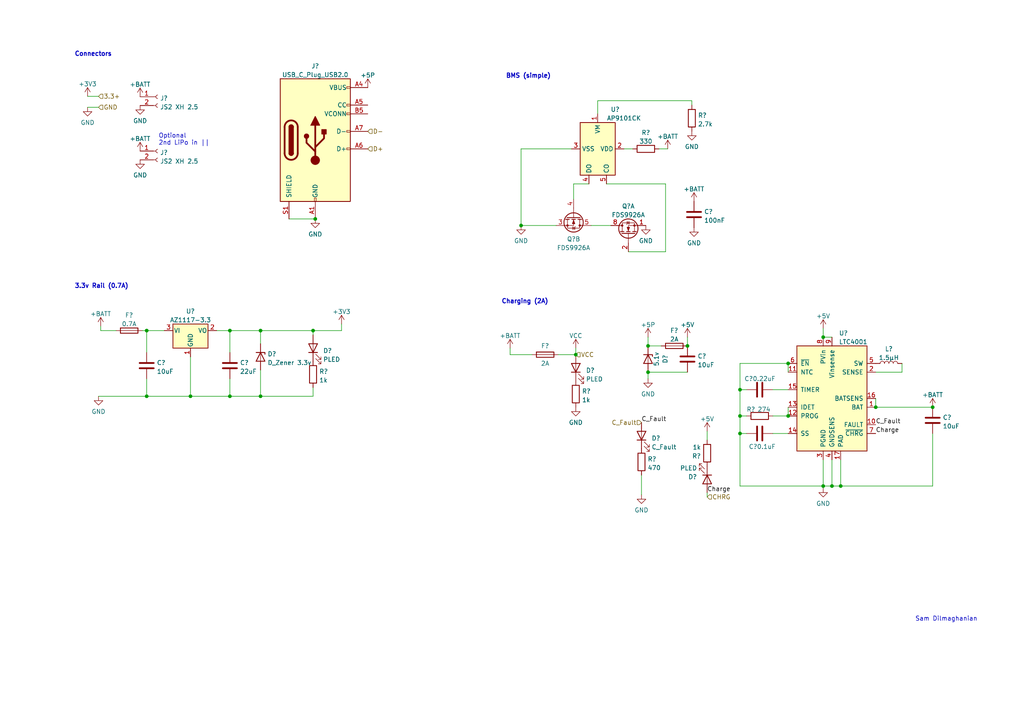
<source format=kicad_sch>
(kicad_sch (version 20211123) (generator eeschema)
  (paper "A4")
  (lib_symbols
    (symbol "Battery_Management:AP9101CK"
      (property "Reference" "U" (at -7.62 6.35 0))
      (property "Value" "AP9101CK" (at 6.35 6.35 0))
      (symbol "AP9101CK_0_1"
        (rectangle (start -7.62 5.08) (end 7.62 -5.08) (stroke (width 0.254)) (fill (type background)))
      )
      (symbol "AP9101CK_1_1"
        (pin passive line (at -10.16 0 0) (length 2.54) (name "VM") (number "1"))
        (pin power_in line (at 0 7.62 270) (length 2.54) (name "VDD") (number "2"))
        (pin power_in line (at 0 -7.62 90) (length 2.54) (name "VSS") (number "3"))
        (pin output line (at 10.16 -2.54 180) (length 2.54) (name "DO") (number "4"))
        (pin output line (at 10.16 2.54 180) (length 2.54) (name "CO") (number "5"))
      )
    )
    (symbol "Battery_Management:LTC4001" (pin_names (offset 1.016))
      (property "Reference" "U" (at -8.89 16.51 0))
      (property "Value" "LTC4001" (at 6.35 16.51 0))
      (symbol "LTC4001_0_1"
        (rectangle (start -10.16 15.24) (end 10.16 -15.24) (stroke (width 0.254)) (fill (type background)))
      )
      (symbol "LTC4001_1_1"
        (pin output line (at 12.7 -2.54 180) (length 2.54) (name "BAT") (number "1"))
        (pin output line (at 12.7 -7.62 180) (length 2.54) (name "FAULT") (number "10"))
        (pin input line (at -12.7 7.62 0) (length 2.54) (name "NTC") (number "11"))
        (pin input line (at -12.7 -5.08 0) (length 2.54) (name "PROG") (number "12"))
        (pin input line (at -12.7 -2.54 0) (length 2.54) (name "IDET") (number "13"))
        (pin input line (at -12.7 -10.16 0) (length 2.54) (name "SS") (number "14"))
        (pin input line (at -12.7 2.54 0) (length 2.54) (name "TIMER") (number "15"))
        (pin input line (at 12.7 0 180) (length 2.54) (name "BATSENS") (number "16"))
        (pin power_in line (at 2.54 -17.78 90) (length 2.54) (name "PAD") (number "17"))
        (pin input line (at 12.7 7.62 180) (length 2.54) (name "SENSE") (number "2"))
        (pin power_in line (at -2.54 -17.78 90) (length 2.54) (name "PGND") (number "3"))
        (pin power_in line (at 0 -17.78 90) (length 2.54) (name "GNDSENS") (number "4"))
        (pin output line (at 12.7 10.16 180) (length 2.54) (name "SW") (number "5"))
        (pin input line (at -12.7 10.16 0) (length 2.54) (name "~{EN}") (number "6"))
        (pin open_collector line (at 12.7 -10.16 180) (length 2.54) (name "~{CHRG}") (number "7"))
        (pin power_in line (at -2.54 17.78 270) (length 2.54) (name "PVin") (number "8"))
        (pin power_in line (at 0 17.78 270) (length 2.54) (name "Vinsense") (number "9"))
      )
    )
    (symbol "Connector:Conn_01x02_Female" (pin_names (offset 1.016) hide)
      (property "Reference" "J" (at 0 2.54 0))
      (property "Value" "Conn_01x02_Female" (at 0 -5.08 0))
      (symbol "Conn_01x02_Female_1_1"
        (arc (start 0 -2.032) (mid -0.508 -2.54) (end 0 -3.048) (stroke (width 0.1524)))
        (polyline (pts (xy -1.27 -2.54) (xy -0.508 -2.54)) (stroke (width 0.1524)))
        (polyline (pts (xy -1.27 0) (xy -0.508 0)) (stroke (width 0.1524)))
        (arc (start 0 0.508) (mid -0.508 0) (end 0 -0.508) (stroke (width 0.1524)))
        (pin passive line (at -5.08 0 0) (length 3.81) (name "Pin_1") (number "1"))
        (pin passive line (at -5.08 -2.54 0) (length 3.81) (name "Pin_2") (number "2"))
      )
    )
    (symbol "Connector:USB_C_Plug_USB2.0" (pin_names (offset 1.016))
      (property "Reference" "P" (at -10.16 19.05 0))
      (property "Value" "USB_C_Plug_USB2.0" (at 12.7 19.05 0))
      (symbol "USB_C_Plug_USB2.0_0_0"
        (rectangle (start -0.254 -17.78) (end 0.254 -16.764))
        (rectangle (start 10.16 -2.286) (end 9.144 -2.794))
        (rectangle (start 10.16 2.794) (end 9.144 2.286))
        (rectangle (start 10.16 7.874) (end 9.144 7.366))
        (rectangle (start 10.16 10.414) (end 9.144 9.906))
        (rectangle (start 10.16 15.494) (end 9.144 14.986))
      )
      (symbol "USB_C_Plug_USB2.0_0_1"
        (rectangle (start -10.16 17.78) (end 10.16 -17.78) (stroke (width 0.254)) (fill (type background)))
        (arc (start -8.89 -3.81) (mid -6.985 -5.715) (end -5.08 -3.81) (stroke (width 0.508)))
        (arc (start -7.62 -3.81) (mid -6.985 -4.445) (end -6.35 -3.81) (stroke (width 0.254)))
        (arc (start -7.62 -3.81) (mid -6.985 -4.445) (end -6.35 -3.81) (stroke (width 0.254)) (fill (type outline)))
        (rectangle (start -7.62 -3.81) (end -6.35 3.81) (stroke (width 0.254)) (fill (type outline)))
        (arc (start -6.35 3.81) (mid -6.985 4.445) (end -7.62 3.81) (stroke (width 0.254)))
        (arc (start -6.35 3.81) (mid -6.985 4.445) (end -7.62 3.81) (stroke (width 0.254)) (fill (type outline)))
        (arc (start -5.08 3.81) (mid -6.985 5.715) (end -8.89 3.81) (stroke (width 0.508)))
        (circle (center -2.54 1.143) (radius 0.635) (stroke (width 0.254)) (fill (type outline)))
        (circle (center 0 -5.842) (radius 1.27) (fill (type outline)))
        (polyline (pts (xy -8.89 -3.81) (xy -8.89 3.81)) (stroke (width 0.508)))
        (polyline (pts (xy -5.08 3.81) (xy -5.08 -3.81)) (stroke (width 0.508)))
        (polyline (pts (xy 0 -5.842) (xy 0 4.318)) (stroke (width 0.508)))
        (polyline (pts (xy 0 -3.302) (xy -2.54 -0.762) (xy -2.54 0.508)) (stroke (width 0.508)))
        (polyline (pts (xy 0 -2.032) (xy 2.54 0.508) (xy 2.54 1.778)) (stroke (width 0.508)))
        (polyline (pts (xy -1.27 4.318) (xy 0 6.858) (xy 1.27 4.318) (xy -1.27 4.318)) (stroke (width 0.254)) (fill (type outline)))
        (rectangle (start 1.905 1.778) (end 3.175 3.048) (stroke (width 0.254)) (fill (type outline)))
      )
      (symbol "USB_C_Plug_USB2.0_1_1"
        (pin passive line (at 0 -22.86 90) (length 5.08) (name "GND") (number "A1"))
        (pin passive line (at 0 -22.86 90) (length 5.08) hide (name "GND") (number "A12"))
        (pin passive line (at 15.24 15.24 180) (length 5.08) (name "VBUS") (number "A4"))
        (pin bidirectional line (at 15.24 10.16 180) (length 5.08) (name "CC") (number "A5"))
        (pin bidirectional line (at 15.24 -2.54 180) (length 5.08) (name "D+") (number "A6"))
        (pin bidirectional line (at 15.24 2.54 180) (length 5.08) (name "D-") (number "A7"))
        (pin passive line (at 15.24 15.24 180) (length 5.08) hide (name "VBUS") (number "A9"))
        (pin passive line (at 0 -22.86 90) (length 5.08) hide (name "GND") (number "B1"))
        (pin passive line (at 0 -22.86 90) (length 5.08) hide (name "GND") (number "B12"))
        (pin passive line (at 15.24 15.24 180) (length 5.08) hide (name "VBUS") (number "B4"))
        (pin bidirectional line (at 15.24 7.62 180) (length 5.08) (name "VCONN") (number "B5"))
        (pin passive line (at 15.24 15.24 180) (length 5.08) hide (name "VBUS") (number "B9"))
        (pin passive line (at -7.62 -22.86 90) (length 5.08) (name "SHIELD") (number "S1"))
      )
    )
    (symbol "Device:C" (pin_numbers hide) (pin_names (offset 0.254))
      (property "Reference" "C" (at 0.635 2.54 0))
      (property "Value" "C" (at 0.635 -2.54 0))
      (symbol "C_0_1"
        (polyline (pts (xy -2.032 -0.762) (xy 2.032 -0.762)) (stroke (width 0.508)))
        (polyline (pts (xy -2.032 0.762) (xy 2.032 0.762)) (stroke (width 0.508)))
      )
      (symbol "C_1_1"
        (pin passive line (at 0 3.81 270) (length 2.794) (name "~") (number "1"))
        (pin passive line (at 0 -3.81 90) (length 2.794) (name "~") (number "2"))
      )
    )
    (symbol "Device:D_Zener" (pin_numbers hide) (pin_names (offset 1.016) hide)
      (property "Reference" "D" (at 0 2.54 0))
      (property "Value" "D_Zener" (at 0 -2.54 0))
      (symbol "D_Zener_0_1"
        (polyline (pts (xy 1.27 0) (xy -1.27 0)))
        (polyline (pts (xy -1.27 -1.27) (xy -1.27 1.27) (xy -0.762 1.27)) (stroke (width 0.254)))
        (polyline (pts (xy 1.27 -1.27) (xy 1.27 1.27) (xy -1.27 0) (xy 1.27 -1.27)) (stroke (width 0.254)))
      )
      (symbol "D_Zener_1_1"
        (pin passive line (at -3.81 0 0) (length 2.54) (name "K") (number "1"))
        (pin passive line (at 3.81 0 180) (length 2.54) (name "A") (number "2"))
      )
    )
    (symbol "Device:Fuse" (pin_numbers hide) (pin_names (offset 0))
      (property "Reference" "F" (at 2.032 0 90))
      (property "Value" "Fuse" (at -1.905 0 90))
      (symbol "Fuse_0_1"
        (rectangle (start -0.762 -2.54) (end 0.762 2.54) (stroke (width 0.254)))
        (polyline (pts (xy 0 2.54) (xy 0 -2.54)))
      )
      (symbol "Fuse_1_1"
        (pin passive line (at 0 3.81 270) (length 1.27) (name "~") (number "1"))
        (pin passive line (at 0 -3.81 90) (length 1.27) (name "~") (number "2"))
      )
    )
    (symbol "Device:L" (pin_numbers hide) (pin_names (offset 1.016) hide)
      (property "Reference" "L" (at -1.27 0 90))
      (property "Value" "L" (at 1.905 0 90))
      (symbol "L_0_1"
        (arc (start 0 -2.54) (mid 0.635 -1.905) (end 0 -1.27))
        (arc (start 0 -1.27) (mid 0.635 -0.635) (end 0 0))
        (arc (start 0 0) (mid 0.635 0.635) (end 0 1.27))
        (arc (start 0 1.27) (mid 0.635 1.905) (end 0 2.54))
      )
      (symbol "L_1_1"
        (pin passive line (at 0 3.81 270) (length 1.27) (name "1") (number "1"))
        (pin passive line (at 0 -3.81 90) (length 1.27) (name "2") (number "2"))
      )
    )
    (symbol "Device:LED" (pin_numbers hide) (pin_names (offset 1.016) hide)
      (property "Reference" "D" (at 0 2.54 0))
      (property "Value" "LED" (at 0 -2.54 0))
      (symbol "LED_0_1"
        (polyline (pts (xy -1.27 -1.27) (xy -1.27 1.27)) (stroke (width 0.254)))
        (polyline (pts (xy -1.27 0) (xy 1.27 0)))
        (polyline (pts (xy 1.27 -1.27) (xy 1.27 1.27) (xy -1.27 0) (xy 1.27 -1.27)) (stroke (width 0.254)))
        (polyline (pts (xy -3.048 -0.762) (xy -4.572 -2.286) (xy -3.81 -2.286) (xy -4.572 -2.286) (xy -4.572 -1.524)))
        (polyline (pts (xy -1.778 -0.762) (xy -3.302 -2.286) (xy -2.54 -2.286) (xy -3.302 -2.286) (xy -3.302 -1.524)))
      )
      (symbol "LED_1_1"
        (pin passive line (at -3.81 0 0) (length 2.54) (name "K") (number "1"))
        (pin passive line (at 3.81 0 180) (length 2.54) (name "A") (number "2"))
      )
    )
    (symbol "Device:R" (pin_numbers hide) (pin_names (offset 0))
      (property "Reference" "R" (at 2.032 0 90))
      (property "Value" "R" (at 0 0 90))
      (symbol "R_0_1"
        (rectangle (start -1.016 -2.54) (end 1.016 2.54) (stroke (width 0.254)))
      )
      (symbol "R_1_1"
        (pin passive line (at 0 3.81 270) (length 1.27) (name "~") (number "1"))
        (pin passive line (at 0 -3.81 90) (length 1.27) (name "~") (number "2"))
      )
    )
    (symbol "Regulator_Linear:AZ1117-3.3" (pin_names (offset 0.254))
      (property "Reference" "U" (at -3.81 3.175 0))
      (property "Value" "AZ1117-3.3" (at 0 3.175 0))
      (symbol "AZ1117-3.3_0_1"
        (rectangle (start -5.08 1.905) (end 5.08 -5.08) (stroke (width 0.254)) (fill (type background)))
      )
      (symbol "AZ1117-3.3_1_1"
        (pin power_in line (at 0 -7.62 90) (length 2.54) (name "GND") (number "1"))
        (pin power_out line (at 7.62 0 180) (length 2.54) (name "VO") (number "2"))
        (pin power_in line (at -7.62 0 0) (length 2.54) (name "VI") (number "3"))
      )
    )
    (symbol "Transistor_FET:FDS9926A" (pin_names hide)
      (property "Reference" "Q" (at 5.08 1.905 0))
      (property "Value" "FDS9926A" (at 5.08 0 0))
      (symbol "FDS9926A_0_1"
        (polyline (pts (xy 0.254 0) (xy -2.54 0)))
        (polyline (pts (xy 0.254 1.905) (xy 0.254 -1.905)) (stroke (width 0.254)))
        (polyline (pts (xy 0.762 -1.27) (xy 0.762 -2.286)) (stroke (width 0.254)))
        (polyline (pts (xy 0.762 0.508) (xy 0.762 -0.508)) (stroke (width 0.254)))
        (polyline (pts (xy 0.762 2.286) (xy 0.762 1.27)) (stroke (width 0.254)))
        (polyline (pts (xy 2.54 2.54) (xy 2.54 1.778)))
        (polyline (pts (xy 2.54 -2.54) (xy 2.54 0) (xy 0.762 0)))
        (polyline (pts (xy 0.762 -1.778) (xy 3.302 -1.778) (xy 3.302 1.778) (xy 0.762 1.778)))
        (polyline (pts (xy 1.016 0) (xy 2.032 0.381) (xy 2.032 -0.381) (xy 1.016 0)) (fill (type outline)))
        (polyline (pts (xy 2.794 0.508) (xy 2.921 0.381) (xy 3.683 0.381) (xy 3.81 0.254)))
        (polyline (pts (xy 3.302 0.381) (xy 2.921 -0.254) (xy 3.683 -0.254) (xy 3.302 0.381)))
        (circle (center 1.651 0) (radius 2.794) (stroke (width 0.254)))
        (circle (center 2.54 -1.778) (radius 0.254) (fill (type outline)))
        (circle (center 2.54 1.778) (radius 0.254) (fill (type outline)))
      )
      (symbol "FDS9926A_1_1"
        (pin passive line (at 2.54 -5.08 90) (length 2.54) (name "S1") (number "1"))
        (pin passive line (at -5.08 0 0) (length 2.54) (name "G1") (number "2"))
        (pin passive line (at 2.54 5.08 270) (length 2.54) hide (name "D1") (number "7"))
        (pin passive line (at 2.54 5.08 270) (length 2.54) (name "D1") (number "8"))
      )
      (symbol "FDS9926A_2_1"
        (pin passive line (at 2.54 -5.08 90) (length 2.54) (name "S2") (number "3"))
        (pin passive line (at -5.08 0 0) (length 2.54) (name "G2") (number "4"))
        (pin passive line (at 2.54 5.08 270) (length 2.54) (name "D2") (number "5"))
        (pin passive line (at 2.54 5.08 270) (length 2.54) hide (name "D2") (number "6"))
      )
    )
    (symbol "power:+3.3V" (power) (pin_names (offset 0))
      (property "Value" "+3.3V" (at 0 3.556 0))
      (symbol "+3.3V_0_1"
        (polyline (pts (xy -0.762 1.27) (xy 0 2.54)))
        (polyline (pts (xy 0 0) (xy 0 2.54)))
        (polyline (pts (xy 0 2.54) (xy 0.762 1.27)))
      )
      (symbol "+3.3V_1_1"
        (pin power_in line (at 0 0 90) (length 0) hide (name "+3V3") (number "1"))
      )
    )
    (symbol "power:+5P" (power) (pin_names (offset 0))
      (property "Value" "+5P" (at 0 3.556 0))
      (symbol "+5P_0_1"
        (polyline (pts (xy -0.762 1.27) (xy 0 2.54)))
        (polyline (pts (xy 0 0) (xy 0 2.54)))
        (polyline (pts (xy 0 2.54) (xy 0.762 1.27)))
      )
      (symbol "+5P_1_1"
        (pin power_in line (at 0 0 90) (length 0) hide (name "+5P") (number "1"))
      )
    )
    (symbol "power:+5V" (power) (pin_names (offset 0))
      (property "Value" "+5V" (at 0 3.556 0))
      (symbol "+5V_0_1"
        (polyline (pts (xy -0.762 1.27) (xy 0 2.54)))
        (polyline (pts (xy 0 0) (xy 0 2.54)))
        (polyline (pts (xy 0 2.54) (xy 0.762 1.27)))
      )
      (symbol "+5V_1_1"
        (pin power_in line (at 0 0 90) (length 0) hide (name "+5V") (number "1"))
      )
    )
    (symbol "power:+BATT" (power) (pin_names (offset 0))
      (property "Value" "+BATT" (at 0 3.556 0))
      (symbol "+BATT_0_1"
        (polyline (pts (xy -0.762 1.27) (xy 0 2.54)))
        (polyline (pts (xy 0 0) (xy 0 2.54)))
        (polyline (pts (xy 0 2.54) (xy 0.762 1.27)))
      )
      (symbol "+BATT_1_1"
        (pin power_in line (at 0 0 90) (length 0) hide (name "+BATT") (number "1"))
      )
    )
    (symbol "power:GND" (power) (pin_names (offset 0))
      (property "Value" "GND" (at 0 -3.81 0))
      (symbol "GND_0_1"
        (polyline (pts (xy 0 0) (xy 0 -1.27) (xy 1.27 -1.27) (xy 0 -2.54) (xy -1.27 -1.27) (xy 0 -1.27)))
      )
      (symbol "GND_1_1"
        (pin power_in line (at 0 0 270) (length 0) hide (name "GND") (number "1"))
      )
    )
    (symbol "power:VCC" (power) (pin_names (offset 0))
      (property "Value" "VCC" (at 0 3.81 0))
      (symbol "VCC_0_1"
        (polyline (pts (xy -0.762 1.27) (xy 0 2.54)))
        (polyline (pts (xy 0 0) (xy 0 2.54)))
        (polyline (pts (xy 0 2.54) (xy 0.762 1.27)))
      )
      (symbol "VCC_1_1"
        (pin power_in line (at 0 0 90) (length 0) hide (name "VCC") (number "1"))
      )
    )
  )
  (junction (at 187.96 100.33))
  (junction (at 187.96 107.95))
  (junction (at 214.63 120.65))
  (junction (at 243.84 140.97))
  (junction (at 214.63 113.03))
  (junction (at 254 118.11))
  (junction (at 238.76 97.79))
  (junction (at 90.805 95.885))
  (junction (at 199.39 100.33))
  (junction (at 241.3 140.97))
  (junction (at 42.545 95.885))
  (junction (at 228.6 105.41))
  (junction (at 75.565 95.885))
  (junction (at 238.76 140.97))
  (junction (at 75.565 114.935))
  (junction (at 66.675 114.935))
  (junction (at 91.44 63.5))
  (junction (at 42.545 114.935))
  (junction (at 270.51 118.11))
  (junction (at 66.675 95.885))
  (junction (at 151.13 65.405))
  (junction (at 55.245 114.935))
  (junction (at 167.005 102.87))
  (junction (at 214.63 125.73))
  (junction (at 228.6 120.65))
  (wire (pts (xy 261.62 107.95) (xy 261.62 105.41)))
  (wire (pts (xy 29.21 95.885) (xy 33.655 95.885)))
  (wire (pts (xy 187.96 109.855) (xy 187.96 107.95)))
  (wire (pts (xy 147.955 102.87) (xy 154.305 102.87)))
  (wire (pts (xy 238.76 97.79) (xy 241.3 97.79)))
  (wire (pts (xy 99.06 93.98) (xy 99.06 95.885)))
  (wire (pts (xy 99.06 95.885) (xy 90.805 95.885)))
  (wire (pts (xy 66.675 109.855) (xy 66.675 114.935)))
  (wire (pts (xy 66.675 114.935) (xy 75.565 114.935)))
  (wire (pts (xy 187.96 107.95) (xy 199.39 107.95)))
  (wire (pts (xy 238.76 95.25) (xy 238.76 97.79)))
  (wire (pts (xy 243.84 133.35) (xy 243.84 140.97)))
  (wire (pts (xy 214.63 105.41) (xy 214.63 113.03)))
  (wire (pts (xy 42.545 95.885) (xy 47.625 95.885)))
  (wire (pts (xy 187.96 97.79) (xy 187.96 100.33)))
  (wire (pts (xy 241.3 133.35) (xy 241.3 140.97)))
  (wire (pts (xy 238.76 140.97) (xy 238.76 133.35)))
  (wire (pts (xy 214.63 113.03) (xy 214.63 120.65)))
  (wire (pts (xy 75.565 95.885) (xy 75.565 99.695)))
  (wire (pts (xy 270.51 125.73) (xy 270.51 140.97)))
  (wire (pts (xy 224.155 120.65) (xy 228.6 120.65)))
  (wire (pts (xy 29.21 94.615) (xy 29.21 95.885)))
  (wire (pts (xy 166.37 53.34) (xy 170.815 53.34)))
  (wire (pts (xy 186.055 143.51) (xy 186.055 137.795)))
  (wire (pts (xy 238.76 140.97) (xy 241.3 140.97)))
  (wire (pts (xy 151.13 65.405) (xy 161.29 65.405)))
  (wire (pts (xy 205.105 127.635) (xy 205.105 125.095)))
  (wire (pts (xy 90.805 95.885) (xy 90.805 97.155)))
  (wire (pts (xy 66.675 95.885) (xy 75.565 95.885)))
  (wire (pts (xy 180.975 43.18) (xy 183.515 43.18)))
  (wire (pts (xy 171.45 65.405) (xy 177.165 65.405)))
  (wire (pts (xy 173.355 29.21) (xy 200.66 29.21)))
  (wire (pts (xy 151.13 43.18) (xy 165.735 43.18)))
  (wire (pts (xy 147.955 100.965) (xy 147.955 102.87)))
  (wire (pts (xy 238.76 141.605) (xy 238.76 140.97)))
  (wire (pts (xy 182.245 73.025) (xy 193.04 73.025)))
  (wire (pts (xy 28.575 114.935) (xy 42.545 114.935)))
  (wire (pts (xy 42.545 114.935) (xy 55.245 114.935)))
  (wire (pts (xy 214.63 120.65) (xy 214.63 125.73)))
  (wire (pts (xy 187.96 100.33) (xy 191.77 100.33)))
  (wire (pts (xy 42.545 109.855) (xy 42.545 114.935)))
  (wire (pts (xy 216.535 120.65) (xy 214.63 120.65)))
  (wire (pts (xy 205.105 144.145) (xy 205.105 142.875)))
  (wire (pts (xy 214.63 105.41) (xy 228.6 105.41)))
  (wire (pts (xy 228.6 118.11) (xy 228.6 120.65)))
  (wire (pts (xy 90.805 112.395) (xy 90.805 114.935)))
  (wire (pts (xy 216.535 125.73) (xy 214.63 125.73)))
  (wire (pts (xy 243.84 140.97) (xy 270.51 140.97)))
  (wire (pts (xy 161.925 102.87) (xy 167.005 102.87)))
  (wire (pts (xy 228.6 105.41) (xy 228.6 107.95)))
  (wire (pts (xy 224.155 125.73) (xy 228.6 125.73)))
  (wire (pts (xy 254 115.57) (xy 254 118.11)))
  (wire (pts (xy 62.865 95.885) (xy 66.675 95.885)))
  (wire (pts (xy 25.4 31.115) (xy 28.575 31.115)))
  (wire (pts (xy 66.675 95.885) (xy 66.675 102.235)))
  (wire (pts (xy 173.355 33.02) (xy 173.355 29.21)))
  (wire (pts (xy 241.3 140.97) (xy 243.84 140.97)))
  (wire (pts (xy 216.535 113.03) (xy 214.63 113.03)))
  (wire (pts (xy 151.13 65.405) (xy 151.13 43.18)))
  (wire (pts (xy 90.805 114.935) (xy 75.565 114.935)))
  (wire (pts (xy 41.275 95.885) (xy 42.545 95.885)))
  (wire (pts (xy 42.545 95.885) (xy 42.545 102.235)))
  (wire (pts (xy 254 107.95) (xy 261.62 107.95)))
  (wire (pts (xy 55.245 103.505) (xy 55.245 114.935)))
  (wire (pts (xy 75.565 95.885) (xy 90.805 95.885)))
  (wire (pts (xy 167.005 100.965) (xy 167.005 102.87)))
  (wire (pts (xy 200.66 29.21) (xy 200.66 30.48)))
  (wire (pts (xy 224.155 113.03) (xy 228.6 113.03)))
  (wire (pts (xy 214.63 140.97) (xy 214.63 125.73)))
  (wire (pts (xy 238.76 140.97) (xy 214.63 140.97)))
  (wire (pts (xy 193.675 43.18) (xy 191.135 43.18)))
  (wire (pts (xy 254 118.11) (xy 270.51 118.11)))
  (wire (pts (xy 75.565 107.315) (xy 75.565 114.935)))
  (wire (pts (xy 166.37 53.34) (xy 166.37 57.785)))
  (wire (pts (xy 25.4 27.94) (xy 28.575 27.94)))
  (wire (pts (xy 193.04 73.025) (xy 193.04 53.34)))
  (wire (pts (xy 55.245 114.935) (xy 66.675 114.935)))
  (wire (pts (xy 193.04 53.34) (xy 175.895 53.34)))
  (wire (pts (xy 199.39 97.79) (xy 199.39 100.33)))
  (wire (pts (xy 83.82 63.5) (xy 91.44 63.5)))
  (text "Charging (2A)" (at 145.415 88.265 0) (effects (font (size 1.27 1.27) (thickness 0.254) bold) (justify left bottom)))
  (text "3.3v Rail (0.7A)" (at 21.59 83.82 0) (effects (font (size 1.27 1.27) (thickness 0.254) bold) (justify left bottom)))
  (text "Sam Dilmaghanian" (at 265.43 180.34 0) (effects (font (size 1.27 1.27)) (justify left bottom)))
  (text "Connectors" (at 21.59 16.51 0) (effects (font (size 1.27 1.27) (thickness 0.254) bold) (justify left bottom)))
  (text "Optional \n2nd LiPo in ||" (at 45.974 42.291 0) (effects (font (size 1.27 1.27)) (justify left bottom)))
  (text "BMS (simple)" (at 146.685 22.86 0) (effects (font (size 1.27 1.27) (thickness 0.254) bold) (justify left bottom)))
  (label "C_Fault" (at 254 123.19 0))
  (label "Charge" (at 254 125.73 0))
  (label "Charge" (at 205.105 142.875 0))
  (label "C_Fault" (at 186.055 122.555 0))
  (hierarchical_label "C_Fault" (shape input) (at 186.055 122.555 180))
  (hierarchical_label "VCC" (shape input) (at 167.005 102.87 0))
  (hierarchical_label "3.3+" (shape input) (at 28.575 27.94 0))
  (hierarchical_label "CHRG" (shape input) (at 205.105 144.145 0))
  (hierarchical_label "D-" (shape input) (at 106.68 38.1 0))
  (hierarchical_label "D+" (shape input) (at 106.68 43.18 0))
  (hierarchical_label "GND" (shape input) (at 28.575 31.115 0))
  (symbol (lib_id "Device:LED") (at 167.005 106.68 90) (unit 1)
    (property "Reference" "D?" (at 169.926 107.4328 90) (effects (justify right)))
    (property "Value" "PLED" (at 169.926 109.9697 90) (effects (justify right)))
  )
  (symbol (lib_id "power:+BATT") (at 29.21 94.615 0) (unit 1)
    (property "Reference" "#PWR?" (effects hide))
    (property "Value" "+BATT" (at 29.21 91.0392 0))
  )
  (symbol (lib_id "power:GND") (at 40.64 30.607 0) (unit 1)
    (property "Reference" "#PWR?" (effects hide))
    (property "Value" "GND" (at 40.64 35.0504 0))
  )
  (symbol (lib_id "power:+BATT") (at 270.51 118.11 0) (unit 1)
    (property "Reference" "#PWR?" (effects hide))
    (property "Value" "+BATT" (at 270.51 114.5342 0))
  )
  (symbol (lib_id "Device:R") (at 186.055 133.985 0) (unit 1)
    (property "Reference" "R?" (at 187.833 133.1503 0) (effects (justify left)))
    (property "Value" "470" (at 187.833 135.6872 0) (effects (justify left)))
  )
  (symbol (lib_id "Device:C") (at 199.39 104.14 0) (unit 1)
    (property "Reference" "C?" (at 202.311 103.3053 0) (effects (justify left)))
    (property "Value" "10uF" (at 202.311 105.8422 0) (effects (justify left)))
    (property "Footprint" "Capacitor_SMD:C_0603_1608Metric_Pad1.08x0.95mm_HandSolder" (effects hide))
  )
  (symbol (lib_id "Battery_Management:AP9101CK") (at 173.355 43.18 270) (unit 1)
    (property "Reference" "U?" (at 178.435 31.75 90))
    (property "Value" "AP9101CK" (at 180.975 34.29 90))
    (property "Footprint" "Package_TO_SOT_SMD:SOT-23-5" (effects hide))
    (property "Datasheet" "https://eu.mouser.com/datasheet/2/115/DIOD_S_A0007229744_1-2542938.pdf" (effects hide))
    (property "Description" "IC BATT PROT LI-ION 1CELL SOT26" (effects hide))
    (property "Link" "https://www.digikey.be/nl/products/detail/diodes-incorporated/AP9101CK6-ANTRG1/6187053" (effects hide))
    (property "MPN" "AP9101CK6-ANTRG1" (effects hide))
  )
  (symbol (lib_id "Device:L") (at 257.81 105.41 90) (unit 1)
    (property "Reference" "L?" (at 257.81 101.2022 90))
    (property "Value" "1.5µH" (at 257.81 103.7391 90))
  )
  (symbol (lib_id "power:+BATT") (at 147.955 100.965 0) (unit 1)
    (property "Reference" "#PWR?" (effects hide))
    (property "Value" "+BATT" (at 147.955 97.3892 0))
  )
  (symbol (lib_id "power:GND") (at 187.96 109.855 0) (unit 1)
    (property "Reference" "#PWR?" (effects hide))
    (property "Value" "GND" (at 187.96 114.2984 0))
  )
  (symbol (lib_id "power:GND") (at 40.64 46.355 0) (unit 1)
    (property "Reference" "#PWR?" (effects hide))
    (property "Value" "GND" (at 40.64 50.7984 0))
  )
  (symbol (lib_id "Device:R") (at 205.105 131.445 180) (unit 1)
    (property "Reference" "R?" (at 203.327 132.2797 0) (effects (justify left)))
    (property "Value" "1k" (at 203.327 129.7428 0) (effects (justify left)))
  )
  (symbol (lib_id "power:+3.3V") (at 25.4 27.94 0) (unit 1)
    (property "Reference" "#PWR?" (effects hide))
    (property "Value" "+3.3V" (at 25.4 24.3642 0))
  )
  (symbol (lib_id "power:GND") (at 201.295 66.04 0) (unit 1)
    (property "Reference" "#PWR?" (effects hide))
    (property "Value" "GND" (at 201.295 70.4834 0))
  )
  (symbol (lib_id "power:+5V") (at 205.105 125.095 0) (unit 1)
    (property "Reference" "#PWR?" (effects hide))
    (property "Value" "+5V" (at 205.105 121.5192 0))
  )
  (symbol (lib_id "power:+5V") (at 199.39 97.79 0) (unit 1)
    (property "Reference" "#PWR?" (effects hide))
    (property "Value" "+5V" (at 199.39 94.2142 0))
  )
  (symbol (lib_id "Device:LED") (at 186.055 126.365 90) (unit 1)
    (property "Reference" "D?" (at 188.976 127.1178 90) (effects (justify right)))
    (property "Value" "C_Fault" (at 188.976 129.6547 90) (effects (justify right)))
  )
  (symbol (lib_id "Device:C") (at 66.675 106.045 0) (unit 1)
    (property "Reference" "C?" (at 69.596 105.2103 0) (effects (justify left)))
    (property "Value" "22uF" (at 69.596 107.7472 0) (effects (justify left)))
  )
  (symbol (lib_id "power:+5P") (at 106.68 25.4 0) (unit 1)
    (property "Reference" "#PWR?" (effects hide))
    (property "Value" "+5P" (at 106.68 21.8242 0))
  )
  (symbol (lib_id "power:GND") (at 28.575 114.935 0) (unit 1)
    (property "Reference" "#PWR?" (effects hide))
    (property "Value" "GND" (at 28.575 119.3784 0))
  )
  (symbol (lib_id "Device:R") (at 167.005 114.3 0) (unit 1)
    (property "Reference" "R?" (at 168.783 113.4653 0) (effects (justify left)))
    (property "Value" "1k" (at 168.783 116.0022 0) (effects (justify left)))
  )
  (symbol (lib_id "Connector:USB_C_Plug_USB2.0") (at 91.44 40.64 0) (unit 1)
    (property "Reference" "J?" (at 91.44 19.1602 0))
    (property "Value" "USB_C_Plug_USB2.0" (at 91.44 21.6971 0))
    (property "Datasheet" "https://www.usb.org/sites/default/files/documents/usb_type-c.zip" (effects hide))
  )
  (symbol (lib_id "Device:R") (at 220.345 120.65 270) (unit 1)
    (property "Reference" "R?" (at 217.805 118.745 90))
    (property "Value" "274" (at 221.615 118.745 90))
  )
  (symbol (lib_id "power:+BATT") (at 193.675 43.18 0) (unit 1)
    (property "Reference" "#PWR?" (effects hide))
    (property "Value" "+BATT" (at 193.675 39.6042 0))
  )
  (symbol (lib_id "power:GND") (at 200.66 38.1 0) (unit 1)
    (property "Reference" "#PWR?" (effects hide))
    (property "Value" "GND" (at 200.66 42.5434 0))
  )
  (symbol (lib_id "Device:R") (at 200.66 34.29 0) (unit 1)
    (property "Reference" "R?" (at 202.438 33.4553 0) (effects (justify left)))
    (property "Value" "2.7k" (at 202.438 35.9922 0) (effects (justify left)))
  )
  (symbol (lib_id "power:GND") (at 167.005 118.11 0) (unit 1)
    (property "Reference" "#PWR?" (effects hide))
    (property "Value" "GND" (at 167.005 122.5534 0))
  )
  (symbol (lib_id "Transistor_FET:FDS9926A") (at 182.245 67.945 90) (unit 1)
    (property "Reference" "Q?" (at 182.245 59.8002 90))
    (property "Value" "FDS9926A" (at 182.245 62.3371 90))
    (property "Footprint" "Package_SO:SOIC-8_3.9x4.9mm_P1.27mm" (effects hide))
    (property "Datasheet" "https://www.onsemi.com/pub/Collateral/FDS9926A-D.pdf" (effects hide))
  )
  (symbol (lib_id "power:+5V") (at 238.76 95.25 0) (unit 1)
    (property "Reference" "#PWR?" (effects hide))
    (property "Value" "+5V" (at 238.76 91.6742 0))
  )
  (symbol (lib_id "power:+BATT") (at 40.64 43.815 0) (unit 1)
    (property "Reference" "#PWR?" (effects hide))
    (property "Value" "+BATT" (at 40.64 40.2392 0))
  )
  (symbol (lib_id "Device:Fuse") (at 195.58 100.33 90) (unit 1)
    (property "Reference" "F?" (at 195.58 95.8682 90))
    (property "Value" "2A" (at 195.58 98.4051 90))
  )
  (symbol (lib_id "power:+BATT") (at 40.64 28.067 0) (unit 1)
    (property "Reference" "#PWR?" (effects hide))
    (property "Value" "+BATT" (at 40.64 24.4912 0))
  )
  (symbol (lib_id "Device:LED") (at 90.805 100.965 90) (unit 1)
    (property "Reference" "D?" (at 93.726 101.7178 90) (effects (justify right)))
    (property "Value" "PLED" (at 93.726 104.2547 90) (effects (justify right)))
  )
  (symbol (lib_id "Device:C") (at 220.345 125.73 90) (unit 1)
    (property "Reference" "C?" (at 218.44 129.54 90))
    (property "Value" "0.1uF" (at 222.25 129.54 90))
    (property "Footprint" "Capacitor_SMD:C_0603_1608Metric_Pad1.08x0.95mm_HandSolder" (effects hide))
  )
  (symbol (lib_id "Device:C") (at 270.51 121.92 0) (unit 1)
    (property "Reference" "C?" (at 273.431 121.0853 0) (effects (justify left)))
    (property "Value" "10uF" (at 273.431 123.6222 0) (effects (justify left)))
    (property "Footprint" "Capacitor_SMD:C_0603_1608Metric_Pad1.08x0.95mm_HandSolder" (effects hide))
  )
  (symbol (lib_id "Transistor_FET:FDS9926A") (at 166.37 62.865 270) (unit 2)
    (property "Reference" "Q?" (at 166.37 69.3404 90))
    (property "Value" "FDS9926A" (at 166.37 71.8773 90))
    (property "Footprint" "Package_SO:SOIC-8_3.9x4.9mm_P1.27mm" (effects hide))
    (property "Datasheet" "https://www.onsemi.com/pub/Collateral/FDS9926A-D.pdf" (effects hide))
  )
  (symbol (lib_id "Device:C") (at 42.545 106.045 0) (unit 1)
    (property "Reference" "C?" (at 45.466 105.2103 0) (effects (justify left)))
    (property "Value" "10uF" (at 45.466 107.7472 0) (effects (justify left)))
    (property "Footprint" "Capacitor_SMD:C_0603_1608Metric_Pad1.08x0.95mm_HandSolder" (effects hide))
  )
  (symbol (lib_id "Regulator_Linear:AZ1117-3.3") (at 55.245 95.885 0) (unit 1)
    (property "Reference" "U?" (at 55.245 90.2802 0))
    (property "Value" "AZ1117-3.3" (at 55.245 92.8171 0))
    (property "Datasheet" "https://www.diodes.com/assets/Datasheets/AZ1117.pdf" (effects hide))
    (property "Description" "IC REG LINEAR 5V 1A SOT223" (effects hide))
    (property "Link" "digikey.be/nl/products/detail/diodes-incorporated/AZ1117IH-5-0TRG1/5699673" (effects hide))
    (property "MPN" "AZ1117IH-5.0TRG1" (effects hide))
  )
  (symbol (lib_id "Device:C") (at 220.345 113.03 90) (unit 1)
    (property "Reference" "C?" (at 217.17 109.855 90))
    (property "Value" "0.22uF" (at 221.615 109.855 90))
    (property "Footprint" "Capacitor_SMD:C_0603_1608Metric_Pad1.08x0.95mm_HandSolder" (effects hide))
  )
  (symbol (lib_id "Device:D_Zener") (at 75.565 103.505 270) (unit 1)
    (property "Reference" "D?" (at 77.597 102.6703 90) (effects (justify left)))
    (property "Value" "D_Zener 3.3v" (at 77.597 105.2072 90) (effects (justify left)))
  )
  (symbol (lib_id "power:GND") (at 186.055 143.51 0) (unit 1)
    (property "Reference" "#PWR?" (effects hide))
    (property "Value" "GND" (at 186.055 147.9534 0))
  )
  (symbol (lib_id "power:GND") (at 91.44 63.5 0) (unit 1)
    (property "Reference" "#PWR?" (effects hide))
    (property "Value" "GND" (at 91.44 67.9434 0))
  )
  (symbol (lib_id "Connector:Conn_01x02_Female") (at 45.72 43.815 0) (unit 1)
    (property "Reference" "J?" (at 46.4312 44.2503 0) (effects (justify left)))
    (property "Value" "JS2 XH 2.5" (at 46.4312 46.7872 0) (effects (justify left)))
  )
  (symbol (lib_id "Device:C") (at 201.295 62.23 0) (unit 1)
    (property "Reference" "C?" (at 204.216 61.3953 0) (effects (justify left)))
    (property "Value" "100nF" (at 204.216 63.9322 0) (effects (justify left)))
    (property "Footprint" "Capacitor_SMD:C_0603_1608Metric_Pad1.08x0.95mm_HandSolder" (effects hide))
  )
  (symbol (lib_id "Battery_Management:LTC4001") (at 241.3 115.57 0) (unit 1)
    (property "Reference" "U?" (at 243.3194 96.6302 0) (effects (justify left)))
    (property "Value" "LTC4001" (at 243.3194 99.1671 0) (effects (justify left)))
    (property "Footprint" "Package_DFN_QFN:QFN-16-1EP_4x4mm_P0.65mm_EP2.15x2.15mm" (effects hide))
    (property "Datasheet" "https://www.analog.com/media/en/technical-documentation/data-sheets/4001f.pdf" (effects hide))
    (property "Description" "IC BATT CHG LI-ION 1CELL 16QFN" (effects hide))
    (property "Link" "https://www.digikey.be/nl/products/detail/analog-devices-inc/LTC4001EUF-TRPBF/1620763" (effects hide))
    (property "MPN" "LTC4001EUF#TRPBF" (effects hide))
  )
  (symbol (lib_id "Device:R") (at 90.805 108.585 0) (unit 1)
    (property "Reference" "R?" (at 92.583 107.7503 0) (effects (justify left)))
    (property "Value" "1k" (at 92.583 110.2872 0) (effects (justify left)))
  )
  (symbol (lib_id "power:VCC") (at 167.005 100.965 0) (unit 1)
    (property "Reference" "#PWR?" (effects hide))
    (property "Value" "VCC" (at 167.005 97.3892 0))
  )
  (symbol (lib_id "power:+3.3V") (at 99.06 93.98 0) (unit 1)
    (property "Reference" "#PWR?" (effects hide))
    (property "Value" "+3.3V" (at 99.06 90.4042 0))
  )
  (symbol (lib_id "power:GND") (at 238.76 141.605 0) (unit 1)
    (property "Reference" "#PWR?" (effects hide))
    (property "Value" "GND" (at 238.76 146.0484 0))
  )
  (symbol (lib_id "Device:Fuse") (at 158.115 102.87 90) (unit 1)
    (property "Reference" "F?" (at 158.115 100.33 90))
    (property "Value" "2A" (at 158.115 105.41 90))
  )
  (symbol (lib_id "Device:LED") (at 205.105 139.065 270) (unit 1)
    (property "Reference" "D?" (at 202.184 138.3122 90) (effects (justify right)))
    (property "Value" "PLED" (at 202.184 135.7753 90) (effects (justify right)))
  )
  (symbol (lib_id "power:GND") (at 25.4 31.115 0) (unit 1)
    (property "Reference" "#PWR?" (effects hide))
    (property "Value" "GND" (at 25.4 35.5584 0))
  )
  (symbol (lib_id "Device:D_Zener") (at 187.96 104.14 270) (unit 1)
    (property "Reference" "D?" (at 192.9298 104.14 0))
    (property "Value" "5.1v" (at 190.3929 104.14 0))
  )
  (symbol (lib_id "power:GND") (at 151.13 65.405 0) (unit 1)
    (property "Reference" "#PWR?" (effects hide))
    (property "Value" "GND" (at 151.13 69.8484 0))
  )
  (symbol (lib_id "power:GND") (at 187.325 65.405 0) (unit 1)
    (property "Reference" "#PWR?" (effects hide))
    (property "Value" "GND" (at 187.325 69.8484 0))
  )
  (symbol (lib_id "Device:R") (at 187.325 43.18 90) (unit 1)
    (property "Reference" "R?" (at 187.325 38.4642 90))
    (property "Value" "330" (at 187.325 41.0011 90))
  )
  (symbol (lib_id "Connector:Conn_01x02_Female") (at 45.72 28.067 0) (unit 1)
    (property "Reference" "J?" (at 46.4312 28.5023 0) (effects (justify left)))
    (property "Value" "JS2 XH 2.5" (at 46.4312 31.0392 0) (effects (justify left)))
  )
  (symbol (lib_id "Device:Fuse") (at 37.465 95.885 90) (unit 1)
    (property "Reference" "F?" (at 37.465 91.4232 90))
    (property "Value" "0.7A" (at 37.465 93.9601 90))
  )
  (symbol (lib_id "power:+BATT") (at 201.295 58.42 0) (unit 1)
    (property "Reference" "#PWR?" (effects hide))
    (property "Value" "+BATT" (at 201.295 54.8442 0))
  )
  (symbol (lib_id "power:+5P") (at 187.96 97.79 0) (unit 1)
    (property "Reference" "#PWR?" (effects hide))
    (property "Value" "+5P" (at 187.96 94.2142 0))
  )
)
</source>
